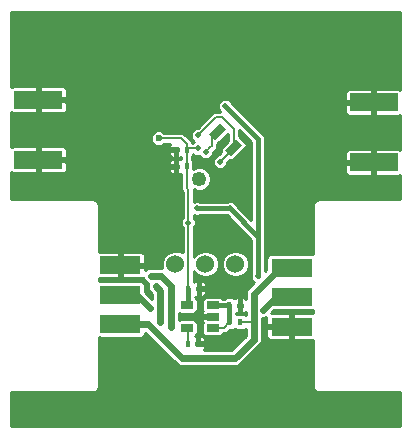
<source format=gbl>
G04 #@! TF.FileFunction,Copper,L2,Bot,Signal*
%FSLAX46Y46*%
G04 Gerber Fmt 4.6, Leading zero omitted, Abs format (unit mm)*
G04 Created by KiCad (PCBNEW 4.0.2-stable) date Mon 06 Jun 2016 07:54:09 AM CEST*
%MOMM*%
G01*
G04 APERTURE LIST*
%ADD10C,0.050000*%
%ADD11C,0.500000*%
%ADD12C,1.250000*%
%ADD13R,4.064000X1.524000*%
%ADD14R,1.060000X0.650000*%
%ADD15C,1.524000*%
%ADD16R,0.400000X0.600000*%
%ADD17R,3.500000X1.500000*%
%ADD18C,0.600000*%
%ADD19C,0.200000*%
%ADD20C,0.400000*%
%ADD21C,0.600000*%
%ADD22C,0.254000*%
G04 APERTURE END LIST*
D10*
D11*
X20800000Y-20200000D03*
X21800000Y-20200000D03*
X25650000Y-31400000D03*
X25650000Y-30100000D03*
X30450000Y-31500000D03*
X30600000Y-32600000D03*
X24950000Y-22350000D03*
X23950000Y-22350000D03*
X22950000Y-22350000D03*
X24500000Y-26450000D03*
D12*
X28800000Y-26800000D03*
D11*
X26850000Y-29400000D03*
X32700000Y-28950000D03*
X31850000Y-28050000D03*
X28550000Y-21400000D03*
X26550000Y-19950000D03*
X28550000Y-19950000D03*
X27550000Y-19950000D03*
X23900000Y-20200000D03*
X24900000Y-20200000D03*
X22900000Y-20200000D03*
X21500000Y-23850000D03*
X20500000Y-23850000D03*
X21500000Y-24850000D03*
X20500000Y-24850000D03*
X22500000Y-24850000D03*
X22500000Y-23850000D03*
X43100000Y-18500000D03*
X44100000Y-18500000D03*
X42100000Y-18500000D03*
X45100000Y-18500000D03*
X45050000Y-27050000D03*
X44050000Y-27050000D03*
X43050000Y-27050000D03*
X42050000Y-27050000D03*
X37500000Y-23850000D03*
X37500000Y-24850000D03*
X36500000Y-23850000D03*
X35500000Y-24850000D03*
X36500000Y-24850000D03*
X35500000Y-23850000D03*
X38500000Y-23850000D03*
X39500000Y-24850000D03*
X38500000Y-24850000D03*
X39500000Y-23850000D03*
X39500000Y-20750000D03*
X35500000Y-20750000D03*
X36500000Y-20750000D03*
X36500000Y-21750000D03*
X35500000Y-21750000D03*
X37500000Y-20750000D03*
X38500000Y-21750000D03*
X37500000Y-21750000D03*
X38500000Y-20750000D03*
X39500000Y-21750000D03*
X18250000Y-19600000D03*
X18250000Y-20600000D03*
X18250000Y-24700000D03*
X18250000Y-25700000D03*
X14650000Y-18600000D03*
X15650000Y-18600000D03*
X13650000Y-18600000D03*
X16650000Y-18600000D03*
X14650000Y-26700000D03*
X15650000Y-26700000D03*
X13650000Y-26700000D03*
X16650000Y-26700000D03*
X23900000Y-32200000D03*
X20900000Y-32200000D03*
X21900000Y-32200000D03*
X22900000Y-32200000D03*
X35750000Y-41050000D03*
X36750000Y-41050000D03*
X34750000Y-41050000D03*
X37750000Y-41050000D03*
X29900000Y-40800000D03*
X31800000Y-40300000D03*
X30900000Y-40800000D03*
D13*
X43550000Y-25390000D03*
X43550000Y-20310000D03*
D14*
X29950000Y-37500000D03*
X29950000Y-38450000D03*
X29950000Y-39400000D03*
X27750000Y-39400000D03*
X27750000Y-37500000D03*
D15*
X29300000Y-34000000D03*
X26760000Y-34000000D03*
X31840000Y-34000000D03*
D16*
X31350000Y-38900000D03*
X32250000Y-38900000D03*
D17*
X36600000Y-39300000D03*
X36600000Y-36800000D03*
X36600000Y-34300000D03*
X22100000Y-34100000D03*
X22100000Y-36600000D03*
X22100000Y-39100000D03*
D13*
X15150000Y-20110000D03*
X15150000Y-25190000D03*
D16*
X27850000Y-36100000D03*
X28750000Y-36100000D03*
X27800000Y-40750000D03*
X28700000Y-40750000D03*
X31350000Y-37500000D03*
X32250000Y-37500000D03*
X27716000Y-24346000D03*
X26816000Y-24346000D03*
X27716000Y-25746000D03*
X26816000Y-25746000D03*
D10*
G36*
X32408858Y-23939619D02*
X31489619Y-24858858D01*
X30994644Y-24363883D01*
X31913883Y-23444644D01*
X32408858Y-23939619D01*
X32408858Y-23939619D01*
G37*
G36*
X31065356Y-22596117D02*
X30146117Y-23515356D01*
X29651142Y-23020381D01*
X30570381Y-22101142D01*
X31065356Y-22596117D01*
X31065356Y-22596117D01*
G37*
D11*
X28702000Y-23114000D03*
X30545977Y-25350020D03*
X29327023Y-24492949D03*
X28650000Y-24200000D03*
D18*
X25350000Y-23375000D03*
D11*
X27850000Y-30500000D03*
X31000000Y-20650000D03*
X31400000Y-29300000D03*
X28600000Y-29300000D03*
X33789326Y-35050010D03*
X26399996Y-39300000D03*
X24700000Y-35000000D03*
X25500000Y-38900000D03*
X25100000Y-35900000D03*
X24600000Y-37700000D03*
X34200000Y-37900000D03*
D19*
X31701751Y-24151751D02*
X31701751Y-22557751D01*
X31701751Y-22557751D02*
X30734000Y-21590000D01*
X30734000Y-21590000D02*
X30226000Y-21590000D01*
X30226000Y-21590000D02*
X28951999Y-22864001D01*
X28951999Y-22864001D02*
X28702000Y-23114000D01*
X31701751Y-24151751D02*
X31701751Y-24194246D01*
X31701751Y-24194246D02*
X30545977Y-25350020D01*
X29327023Y-24492949D02*
X29719972Y-24100000D01*
X30358249Y-22808249D02*
X29827920Y-23338578D01*
X29827920Y-23338578D02*
X29827920Y-23992052D01*
X29827920Y-23992052D02*
X29719972Y-24100000D01*
X29500000Y-24319972D02*
X29327023Y-24492949D01*
X27716000Y-24346000D02*
X27716000Y-23846000D01*
X27716000Y-23846000D02*
X27245000Y-23375000D01*
X27245000Y-23375000D02*
X25774264Y-23375000D01*
X25774264Y-23375000D02*
X25350000Y-23375000D01*
X28650000Y-24200000D02*
X27862000Y-24200000D01*
X27862000Y-24200000D02*
X27716000Y-24346000D01*
X27716000Y-25746000D02*
X27716000Y-24346000D01*
X27850000Y-27700000D02*
X27716000Y-27566000D01*
X27716000Y-27566000D02*
X27716000Y-25746000D01*
X25575000Y-23375000D02*
X25350000Y-23375000D01*
X27850000Y-30500000D02*
X27850000Y-27700000D01*
X27850000Y-30500000D02*
X27850000Y-35600000D01*
X27850000Y-35600000D02*
X27850000Y-36100000D01*
D20*
X27850000Y-36100000D02*
X27850000Y-37400000D01*
X27850000Y-37400000D02*
X27750000Y-37500000D01*
X33789326Y-31689326D02*
X33789326Y-23439326D01*
X33789326Y-23439326D02*
X31000000Y-20650000D01*
X33789326Y-31689326D02*
X31400000Y-29300000D01*
X31400000Y-29300000D02*
X28600000Y-29300000D01*
X33789326Y-35050010D02*
X33789326Y-31689326D01*
D19*
X29950000Y-39400000D02*
X30850000Y-39400000D01*
X30850000Y-39400000D02*
X31350000Y-38900000D01*
D20*
X31350000Y-37500000D02*
X31350000Y-38900000D01*
X31350000Y-37500000D02*
X29950000Y-37500000D01*
D19*
X27800000Y-40750000D02*
X27800000Y-39450000D01*
X27800000Y-39450000D02*
X27750000Y-39400000D01*
D21*
X26399996Y-38946447D02*
X26399996Y-39300000D01*
X25510002Y-35000000D02*
X26399996Y-35889994D01*
X26399996Y-35889994D02*
X26399996Y-38946447D01*
X24700000Y-35000000D02*
X25510002Y-35000000D01*
X25100000Y-35900000D02*
X25500000Y-36300000D01*
X25500000Y-36300000D02*
X25500000Y-38900000D01*
X23500000Y-36600000D02*
X24600000Y-37700000D01*
X36600000Y-36800000D02*
X35300000Y-36800000D01*
X35300000Y-36800000D02*
X34200000Y-37900000D01*
X22100000Y-36600000D02*
X23500000Y-36600000D01*
X33400000Y-36500000D02*
X33400000Y-38800000D01*
X33400000Y-38800000D02*
X33400000Y-40400000D01*
D19*
X32250000Y-38900000D02*
X33300000Y-38900000D01*
X33300000Y-38900000D02*
X33400000Y-38800000D01*
D21*
X36600000Y-34300000D02*
X35600000Y-34300000D01*
X35600000Y-34300000D02*
X33400000Y-36500000D01*
X27350000Y-42000000D02*
X24450000Y-39100000D01*
X33400000Y-40400000D02*
X31800000Y-42000000D01*
X31800000Y-42000000D02*
X27350000Y-42000000D01*
X24450000Y-39100000D02*
X22100000Y-39100000D01*
D22*
G36*
X38423000Y-38173000D02*
X36821250Y-38173000D01*
X36727000Y-38267250D01*
X36727000Y-39173000D01*
X36747000Y-39173000D01*
X36747000Y-39427000D01*
X36727000Y-39427000D01*
X36727000Y-40332750D01*
X36821250Y-40427000D01*
X38423000Y-40427000D01*
X38423000Y-44400000D01*
X38459309Y-44582540D01*
X38562710Y-44737290D01*
X38717460Y-44840691D01*
X38900000Y-44877000D01*
X45823000Y-44877000D01*
X45823000Y-47723000D01*
X12877000Y-47723000D01*
X12877000Y-44877000D01*
X19800000Y-44877000D01*
X19982540Y-44840691D01*
X20137290Y-44737290D01*
X20240691Y-44582540D01*
X20277000Y-44400000D01*
X20277000Y-40219602D01*
X20350000Y-40234385D01*
X23850000Y-40234385D01*
X23989708Y-40208097D01*
X24118020Y-40125530D01*
X24204101Y-39999547D01*
X24234385Y-39850000D01*
X24234385Y-39841807D01*
X26871288Y-42478711D01*
X26981106Y-42552089D01*
X27090923Y-42625466D01*
X27350000Y-42677000D01*
X31800000Y-42677000D01*
X32059077Y-42625466D01*
X32278711Y-42478711D01*
X33878712Y-40878711D01*
X34025467Y-40659076D01*
X34077000Y-40400000D01*
X34077000Y-39521250D01*
X34473000Y-39521250D01*
X34473000Y-40124990D01*
X34530395Y-40263553D01*
X34636447Y-40369605D01*
X34775010Y-40427000D01*
X36378750Y-40427000D01*
X36473000Y-40332750D01*
X36473000Y-39427000D01*
X34567250Y-39427000D01*
X34473000Y-39521250D01*
X34077000Y-39521250D01*
X34077000Y-38552534D01*
X34200000Y-38577000D01*
X34459076Y-38525466D01*
X34473000Y-38516162D01*
X34473000Y-39078750D01*
X34567250Y-39173000D01*
X36473000Y-39173000D01*
X36473000Y-38267250D01*
X36378750Y-38173000D01*
X34884422Y-38173000D01*
X35123037Y-37934385D01*
X38350000Y-37934385D01*
X38423000Y-37920649D01*
X38423000Y-38173000D01*
X38423000Y-38173000D01*
G37*
X38423000Y-38173000D02*
X36821250Y-38173000D01*
X36727000Y-38267250D01*
X36727000Y-39173000D01*
X36747000Y-39173000D01*
X36747000Y-39427000D01*
X36727000Y-39427000D01*
X36727000Y-40332750D01*
X36821250Y-40427000D01*
X38423000Y-40427000D01*
X38423000Y-44400000D01*
X38459309Y-44582540D01*
X38562710Y-44737290D01*
X38717460Y-44840691D01*
X38900000Y-44877000D01*
X45823000Y-44877000D01*
X45823000Y-47723000D01*
X12877000Y-47723000D01*
X12877000Y-44877000D01*
X19800000Y-44877000D01*
X19982540Y-44840691D01*
X20137290Y-44737290D01*
X20240691Y-44582540D01*
X20277000Y-44400000D01*
X20277000Y-40219602D01*
X20350000Y-40234385D01*
X23850000Y-40234385D01*
X23989708Y-40208097D01*
X24118020Y-40125530D01*
X24204101Y-39999547D01*
X24234385Y-39850000D01*
X24234385Y-39841807D01*
X26871288Y-42478711D01*
X26981106Y-42552089D01*
X27090923Y-42625466D01*
X27350000Y-42677000D01*
X31800000Y-42677000D01*
X32059077Y-42625466D01*
X32278711Y-42478711D01*
X33878712Y-40878711D01*
X34025467Y-40659076D01*
X34077000Y-40400000D01*
X34077000Y-39521250D01*
X34473000Y-39521250D01*
X34473000Y-40124990D01*
X34530395Y-40263553D01*
X34636447Y-40369605D01*
X34775010Y-40427000D01*
X36378750Y-40427000D01*
X36473000Y-40332750D01*
X36473000Y-39427000D01*
X34567250Y-39427000D01*
X34473000Y-39521250D01*
X34077000Y-39521250D01*
X34077000Y-38552534D01*
X34200000Y-38577000D01*
X34459076Y-38525466D01*
X34473000Y-38516162D01*
X34473000Y-39078750D01*
X34567250Y-39173000D01*
X36473000Y-39173000D01*
X36473000Y-38267250D01*
X36378750Y-38173000D01*
X34884422Y-38173000D01*
X35123037Y-37934385D01*
X38350000Y-37934385D01*
X38423000Y-37920649D01*
X38423000Y-38173000D01*
G36*
X28474735Y-29926891D02*
X28724171Y-29927109D01*
X28845444Y-29877000D01*
X31154584Y-29877000D01*
X31165553Y-29881555D01*
X33212326Y-31928327D01*
X33212326Y-34804594D01*
X33162435Y-34924745D01*
X33162217Y-35174181D01*
X33257471Y-35404713D01*
X33397546Y-35545032D01*
X32921289Y-36021289D01*
X32774534Y-36240923D01*
X32723000Y-36500000D01*
X32723000Y-36939842D01*
X32663553Y-36880395D01*
X32524990Y-36823000D01*
X32444250Y-36823000D01*
X32350000Y-36917250D01*
X32350000Y-37373000D01*
X32397000Y-37373000D01*
X32397000Y-37627000D01*
X32350000Y-37627000D01*
X32350000Y-38082750D01*
X32444250Y-38177000D01*
X32524990Y-38177000D01*
X32663553Y-38119605D01*
X32723000Y-38060158D01*
X32723000Y-38330251D01*
X32599547Y-38245899D01*
X32450000Y-38215615D01*
X32050000Y-38215615D01*
X31927000Y-38238759D01*
X31927000Y-38157113D01*
X31975010Y-38177000D01*
X32055750Y-38177000D01*
X32150000Y-38082750D01*
X32150000Y-37627000D01*
X32103000Y-37627000D01*
X32103000Y-37373000D01*
X32150000Y-37373000D01*
X32150000Y-36917250D01*
X32055750Y-36823000D01*
X31975010Y-36823000D01*
X31836447Y-36880395D01*
X31801370Y-36915472D01*
X31699547Y-36845899D01*
X31550000Y-36815615D01*
X31150000Y-36815615D01*
X31010292Y-36841903D01*
X30884264Y-36923000D01*
X30765839Y-36923000D01*
X30755530Y-36906980D01*
X30629547Y-36820899D01*
X30480000Y-36790615D01*
X29420000Y-36790615D01*
X29280292Y-36816903D01*
X29151980Y-36899470D01*
X29065899Y-37025453D01*
X29035615Y-37175000D01*
X29035615Y-37825000D01*
X29061903Y-37964708D01*
X29071899Y-37980242D01*
X29043000Y-38050010D01*
X29043000Y-38228750D01*
X29137250Y-38323000D01*
X29823000Y-38323000D01*
X29823000Y-38303000D01*
X30077000Y-38303000D01*
X30077000Y-38323000D01*
X30097000Y-38323000D01*
X30097000Y-38577000D01*
X30077000Y-38577000D01*
X30077000Y-38597000D01*
X29823000Y-38597000D01*
X29823000Y-38577000D01*
X29137250Y-38577000D01*
X29043000Y-38671250D01*
X29043000Y-38849990D01*
X29071103Y-38917837D01*
X29065899Y-38925453D01*
X29035615Y-39075000D01*
X29035615Y-39725000D01*
X29061903Y-39864708D01*
X29144470Y-39993020D01*
X29270453Y-40079101D01*
X29420000Y-40109385D01*
X30480000Y-40109385D01*
X30619708Y-40083097D01*
X30748020Y-40000530D01*
X30832425Y-39877000D01*
X30850000Y-39877000D01*
X31032540Y-39840691D01*
X31187290Y-39737290D01*
X31340195Y-39584385D01*
X31550000Y-39584385D01*
X31689708Y-39558097D01*
X31801252Y-39486320D01*
X31900453Y-39554101D01*
X32050000Y-39584385D01*
X32450000Y-39584385D01*
X32589708Y-39558097D01*
X32718020Y-39475530D01*
X32723000Y-39468242D01*
X32723000Y-40119577D01*
X31519578Y-41323000D01*
X29160158Y-41323000D01*
X29219605Y-41263553D01*
X29277000Y-41124990D01*
X29277000Y-40971250D01*
X29182750Y-40877000D01*
X28800000Y-40877000D01*
X28800000Y-40897000D01*
X28600000Y-40897000D01*
X28600000Y-40877000D01*
X28553000Y-40877000D01*
X28553000Y-40623000D01*
X28600000Y-40623000D01*
X28600000Y-40167250D01*
X28800000Y-40167250D01*
X28800000Y-40623000D01*
X29182750Y-40623000D01*
X29277000Y-40528750D01*
X29277000Y-40375010D01*
X29219605Y-40236447D01*
X29113553Y-40130395D01*
X28974990Y-40073000D01*
X28894250Y-40073000D01*
X28800000Y-40167250D01*
X28600000Y-40167250D01*
X28505750Y-40073000D01*
X28435399Y-40073000D01*
X28548020Y-40000530D01*
X28634101Y-39874547D01*
X28664385Y-39725000D01*
X28664385Y-39075000D01*
X28638097Y-38935292D01*
X28555530Y-38806980D01*
X28429547Y-38720899D01*
X28280000Y-38690615D01*
X27220000Y-38690615D01*
X27080292Y-38716903D01*
X27076996Y-38719024D01*
X27076996Y-38180426D01*
X27220000Y-38209385D01*
X28280000Y-38209385D01*
X28419708Y-38183097D01*
X28548020Y-38100530D01*
X28634101Y-37974547D01*
X28664385Y-37825000D01*
X28664385Y-37175000D01*
X28638097Y-37035292D01*
X28555530Y-36906980D01*
X28429547Y-36820899D01*
X28427000Y-36820383D01*
X28427000Y-36757113D01*
X28475010Y-36777000D01*
X28555750Y-36777000D01*
X28650000Y-36682750D01*
X28650000Y-36227000D01*
X28850000Y-36227000D01*
X28850000Y-36682750D01*
X28944250Y-36777000D01*
X29024990Y-36777000D01*
X29163553Y-36719605D01*
X29269605Y-36613553D01*
X29327000Y-36474990D01*
X29327000Y-36321250D01*
X29232750Y-36227000D01*
X28850000Y-36227000D01*
X28650000Y-36227000D01*
X28603000Y-36227000D01*
X28603000Y-35973000D01*
X28650000Y-35973000D01*
X28650000Y-35517250D01*
X28850000Y-35517250D01*
X28850000Y-35973000D01*
X29232750Y-35973000D01*
X29327000Y-35878750D01*
X29327000Y-35725010D01*
X29269605Y-35586447D01*
X29163553Y-35480395D01*
X29024990Y-35423000D01*
X28944250Y-35423000D01*
X28850000Y-35517250D01*
X28650000Y-35517250D01*
X28555750Y-35423000D01*
X28475010Y-35423000D01*
X28336447Y-35480395D01*
X28327000Y-35489842D01*
X28327000Y-34627795D01*
X28333840Y-34644349D01*
X28653966Y-34965034D01*
X29072445Y-35138802D01*
X29525567Y-35139197D01*
X29944349Y-34966160D01*
X30265034Y-34646034D01*
X30438802Y-34227555D01*
X30438803Y-34225567D01*
X30700803Y-34225567D01*
X30873840Y-34644349D01*
X31193966Y-34965034D01*
X31612445Y-35138802D01*
X32065567Y-35139197D01*
X32484349Y-34966160D01*
X32805034Y-34646034D01*
X32978802Y-34227555D01*
X32979197Y-33774433D01*
X32806160Y-33355651D01*
X32486034Y-33034966D01*
X32067555Y-32861198D01*
X31614433Y-32860803D01*
X31195651Y-33033840D01*
X30874966Y-33353966D01*
X30701198Y-33772445D01*
X30700803Y-34225567D01*
X30438803Y-34225567D01*
X30439197Y-33774433D01*
X30266160Y-33355651D01*
X29946034Y-33034966D01*
X29527555Y-32861198D01*
X29074433Y-32860803D01*
X28655651Y-33033840D01*
X28334966Y-33353966D01*
X28327000Y-33373150D01*
X28327000Y-30909771D01*
X28381235Y-30855631D01*
X28476891Y-30625265D01*
X28477109Y-30375829D01*
X28381855Y-30145297D01*
X28327000Y-30090346D01*
X28327000Y-29865546D01*
X28474735Y-29926891D01*
X28474735Y-29926891D01*
G37*
X28474735Y-29926891D02*
X28724171Y-29927109D01*
X28845444Y-29877000D01*
X31154584Y-29877000D01*
X31165553Y-29881555D01*
X33212326Y-31928327D01*
X33212326Y-34804594D01*
X33162435Y-34924745D01*
X33162217Y-35174181D01*
X33257471Y-35404713D01*
X33397546Y-35545032D01*
X32921289Y-36021289D01*
X32774534Y-36240923D01*
X32723000Y-36500000D01*
X32723000Y-36939842D01*
X32663553Y-36880395D01*
X32524990Y-36823000D01*
X32444250Y-36823000D01*
X32350000Y-36917250D01*
X32350000Y-37373000D01*
X32397000Y-37373000D01*
X32397000Y-37627000D01*
X32350000Y-37627000D01*
X32350000Y-38082750D01*
X32444250Y-38177000D01*
X32524990Y-38177000D01*
X32663553Y-38119605D01*
X32723000Y-38060158D01*
X32723000Y-38330251D01*
X32599547Y-38245899D01*
X32450000Y-38215615D01*
X32050000Y-38215615D01*
X31927000Y-38238759D01*
X31927000Y-38157113D01*
X31975010Y-38177000D01*
X32055750Y-38177000D01*
X32150000Y-38082750D01*
X32150000Y-37627000D01*
X32103000Y-37627000D01*
X32103000Y-37373000D01*
X32150000Y-37373000D01*
X32150000Y-36917250D01*
X32055750Y-36823000D01*
X31975010Y-36823000D01*
X31836447Y-36880395D01*
X31801370Y-36915472D01*
X31699547Y-36845899D01*
X31550000Y-36815615D01*
X31150000Y-36815615D01*
X31010292Y-36841903D01*
X30884264Y-36923000D01*
X30765839Y-36923000D01*
X30755530Y-36906980D01*
X30629547Y-36820899D01*
X30480000Y-36790615D01*
X29420000Y-36790615D01*
X29280292Y-36816903D01*
X29151980Y-36899470D01*
X29065899Y-37025453D01*
X29035615Y-37175000D01*
X29035615Y-37825000D01*
X29061903Y-37964708D01*
X29071899Y-37980242D01*
X29043000Y-38050010D01*
X29043000Y-38228750D01*
X29137250Y-38323000D01*
X29823000Y-38323000D01*
X29823000Y-38303000D01*
X30077000Y-38303000D01*
X30077000Y-38323000D01*
X30097000Y-38323000D01*
X30097000Y-38577000D01*
X30077000Y-38577000D01*
X30077000Y-38597000D01*
X29823000Y-38597000D01*
X29823000Y-38577000D01*
X29137250Y-38577000D01*
X29043000Y-38671250D01*
X29043000Y-38849990D01*
X29071103Y-38917837D01*
X29065899Y-38925453D01*
X29035615Y-39075000D01*
X29035615Y-39725000D01*
X29061903Y-39864708D01*
X29144470Y-39993020D01*
X29270453Y-40079101D01*
X29420000Y-40109385D01*
X30480000Y-40109385D01*
X30619708Y-40083097D01*
X30748020Y-40000530D01*
X30832425Y-39877000D01*
X30850000Y-39877000D01*
X31032540Y-39840691D01*
X31187290Y-39737290D01*
X31340195Y-39584385D01*
X31550000Y-39584385D01*
X31689708Y-39558097D01*
X31801252Y-39486320D01*
X31900453Y-39554101D01*
X32050000Y-39584385D01*
X32450000Y-39584385D01*
X32589708Y-39558097D01*
X32718020Y-39475530D01*
X32723000Y-39468242D01*
X32723000Y-40119577D01*
X31519578Y-41323000D01*
X29160158Y-41323000D01*
X29219605Y-41263553D01*
X29277000Y-41124990D01*
X29277000Y-40971250D01*
X29182750Y-40877000D01*
X28800000Y-40877000D01*
X28800000Y-40897000D01*
X28600000Y-40897000D01*
X28600000Y-40877000D01*
X28553000Y-40877000D01*
X28553000Y-40623000D01*
X28600000Y-40623000D01*
X28600000Y-40167250D01*
X28800000Y-40167250D01*
X28800000Y-40623000D01*
X29182750Y-40623000D01*
X29277000Y-40528750D01*
X29277000Y-40375010D01*
X29219605Y-40236447D01*
X29113553Y-40130395D01*
X28974990Y-40073000D01*
X28894250Y-40073000D01*
X28800000Y-40167250D01*
X28600000Y-40167250D01*
X28505750Y-40073000D01*
X28435399Y-40073000D01*
X28548020Y-40000530D01*
X28634101Y-39874547D01*
X28664385Y-39725000D01*
X28664385Y-39075000D01*
X28638097Y-38935292D01*
X28555530Y-38806980D01*
X28429547Y-38720899D01*
X28280000Y-38690615D01*
X27220000Y-38690615D01*
X27080292Y-38716903D01*
X27076996Y-38719024D01*
X27076996Y-38180426D01*
X27220000Y-38209385D01*
X28280000Y-38209385D01*
X28419708Y-38183097D01*
X28548020Y-38100530D01*
X28634101Y-37974547D01*
X28664385Y-37825000D01*
X28664385Y-37175000D01*
X28638097Y-37035292D01*
X28555530Y-36906980D01*
X28429547Y-36820899D01*
X28427000Y-36820383D01*
X28427000Y-36757113D01*
X28475010Y-36777000D01*
X28555750Y-36777000D01*
X28650000Y-36682750D01*
X28650000Y-36227000D01*
X28850000Y-36227000D01*
X28850000Y-36682750D01*
X28944250Y-36777000D01*
X29024990Y-36777000D01*
X29163553Y-36719605D01*
X29269605Y-36613553D01*
X29327000Y-36474990D01*
X29327000Y-36321250D01*
X29232750Y-36227000D01*
X28850000Y-36227000D01*
X28650000Y-36227000D01*
X28603000Y-36227000D01*
X28603000Y-35973000D01*
X28650000Y-35973000D01*
X28650000Y-35517250D01*
X28850000Y-35517250D01*
X28850000Y-35973000D01*
X29232750Y-35973000D01*
X29327000Y-35878750D01*
X29327000Y-35725010D01*
X29269605Y-35586447D01*
X29163553Y-35480395D01*
X29024990Y-35423000D01*
X28944250Y-35423000D01*
X28850000Y-35517250D01*
X28650000Y-35517250D01*
X28555750Y-35423000D01*
X28475010Y-35423000D01*
X28336447Y-35480395D01*
X28327000Y-35489842D01*
X28327000Y-34627795D01*
X28333840Y-34644349D01*
X28653966Y-34965034D01*
X29072445Y-35138802D01*
X29525567Y-35139197D01*
X29944349Y-34966160D01*
X30265034Y-34646034D01*
X30438802Y-34227555D01*
X30438803Y-34225567D01*
X30700803Y-34225567D01*
X30873840Y-34644349D01*
X31193966Y-34965034D01*
X31612445Y-35138802D01*
X32065567Y-35139197D01*
X32484349Y-34966160D01*
X32805034Y-34646034D01*
X32978802Y-34227555D01*
X32979197Y-33774433D01*
X32806160Y-33355651D01*
X32486034Y-33034966D01*
X32067555Y-32861198D01*
X31614433Y-32860803D01*
X31195651Y-33033840D01*
X30874966Y-33353966D01*
X30701198Y-33772445D01*
X30700803Y-34225567D01*
X30438803Y-34225567D01*
X30439197Y-33774433D01*
X30266160Y-33355651D01*
X29946034Y-33034966D01*
X29527555Y-32861198D01*
X29074433Y-32860803D01*
X28655651Y-33033840D01*
X28334966Y-33353966D01*
X28327000Y-33373150D01*
X28327000Y-30909771D01*
X28381235Y-30855631D01*
X28476891Y-30625265D01*
X28477109Y-30375829D01*
X28381855Y-30145297D01*
X28327000Y-30090346D01*
X28327000Y-29865546D01*
X28474735Y-29926891D01*
G36*
X45823000Y-19255842D02*
X45795553Y-19228395D01*
X45656990Y-19171000D01*
X43771250Y-19171000D01*
X43677000Y-19265250D01*
X43677000Y-20183000D01*
X43697000Y-20183000D01*
X43697000Y-20437000D01*
X43677000Y-20437000D01*
X43677000Y-21354750D01*
X43771250Y-21449000D01*
X45656990Y-21449000D01*
X45795553Y-21391605D01*
X45823000Y-21364158D01*
X45823000Y-24335842D01*
X45795553Y-24308395D01*
X45656990Y-24251000D01*
X43771250Y-24251000D01*
X43677000Y-24345250D01*
X43677000Y-25263000D01*
X43697000Y-25263000D01*
X43697000Y-25517000D01*
X43677000Y-25517000D01*
X43677000Y-26434750D01*
X43771250Y-26529000D01*
X45656990Y-26529000D01*
X45795553Y-26471605D01*
X45823000Y-26444158D01*
X45823000Y-28523000D01*
X38900000Y-28523000D01*
X38717460Y-28559309D01*
X38562710Y-28662710D01*
X38459309Y-28817460D01*
X38423000Y-29000000D01*
X38423000Y-33180398D01*
X38350000Y-33165615D01*
X34850000Y-33165615D01*
X34710292Y-33191903D01*
X34581980Y-33274470D01*
X34495899Y-33400453D01*
X34465615Y-33550000D01*
X34465615Y-34476963D01*
X34366326Y-34576252D01*
X34366326Y-25611250D01*
X41141000Y-25611250D01*
X41141000Y-26226990D01*
X41198395Y-26365553D01*
X41304447Y-26471605D01*
X41443010Y-26529000D01*
X43328750Y-26529000D01*
X43423000Y-26434750D01*
X43423000Y-25517000D01*
X41235250Y-25517000D01*
X41141000Y-25611250D01*
X34366326Y-25611250D01*
X34366326Y-24553010D01*
X41141000Y-24553010D01*
X41141000Y-25168750D01*
X41235250Y-25263000D01*
X43423000Y-25263000D01*
X43423000Y-24345250D01*
X43328750Y-24251000D01*
X41443010Y-24251000D01*
X41304447Y-24308395D01*
X41198395Y-24414447D01*
X41141000Y-24553010D01*
X34366326Y-24553010D01*
X34366326Y-23439331D01*
X34366327Y-23439326D01*
X34322404Y-23218518D01*
X34291885Y-23172843D01*
X34197327Y-23031325D01*
X34197324Y-23031323D01*
X31697252Y-20531250D01*
X41141000Y-20531250D01*
X41141000Y-21146990D01*
X41198395Y-21285553D01*
X41304447Y-21391605D01*
X41443010Y-21449000D01*
X43328750Y-21449000D01*
X43423000Y-21354750D01*
X43423000Y-20437000D01*
X41235250Y-20437000D01*
X41141000Y-20531250D01*
X31697252Y-20531250D01*
X31581536Y-20415534D01*
X31531855Y-20295297D01*
X31355631Y-20118765D01*
X31125265Y-20023109D01*
X30875829Y-20022891D01*
X30645297Y-20118145D01*
X30468765Y-20294369D01*
X30373109Y-20524735D01*
X30372891Y-20774171D01*
X30468145Y-21004703D01*
X30576253Y-21113000D01*
X30226000Y-21113000D01*
X30043459Y-21149309D01*
X29888710Y-21252710D01*
X28654462Y-22486958D01*
X28577829Y-22486891D01*
X28347297Y-22582145D01*
X28170765Y-22758369D01*
X28075109Y-22988735D01*
X28074891Y-23238171D01*
X28170145Y-23468703D01*
X28346369Y-23645235D01*
X28348551Y-23646141D01*
X28295297Y-23668145D01*
X28240346Y-23723000D01*
X28168534Y-23723000D01*
X28156691Y-23663460D01*
X28053290Y-23508710D01*
X27582290Y-23037710D01*
X27427540Y-22934309D01*
X27245000Y-22898000D01*
X25830420Y-22898000D01*
X25733990Y-22801402D01*
X25485254Y-22698118D01*
X25215927Y-22697883D01*
X24967011Y-22800733D01*
X24776402Y-22991010D01*
X24673118Y-23239746D01*
X24672883Y-23509073D01*
X24775733Y-23757989D01*
X24966010Y-23948598D01*
X25214746Y-24051882D01*
X25484073Y-24052117D01*
X25732989Y-23949267D01*
X25830426Y-23852000D01*
X26288296Y-23852000D01*
X26239000Y-23971010D01*
X26239000Y-24124750D01*
X26333250Y-24219000D01*
X26716000Y-24219000D01*
X26716000Y-24199000D01*
X26916000Y-24199000D01*
X26916000Y-24219000D01*
X26963000Y-24219000D01*
X26963000Y-24473000D01*
X26916000Y-24473000D01*
X26916000Y-24928750D01*
X27010250Y-25023000D01*
X27090990Y-25023000D01*
X27229553Y-24965605D01*
X27239000Y-24956158D01*
X27239000Y-25135842D01*
X27229553Y-25126395D01*
X27090990Y-25069000D01*
X27010250Y-25069000D01*
X26916000Y-25163250D01*
X26916000Y-25619000D01*
X26963000Y-25619000D01*
X26963000Y-25873000D01*
X26916000Y-25873000D01*
X26916000Y-26328750D01*
X27010250Y-26423000D01*
X27090990Y-26423000D01*
X27229553Y-26365605D01*
X27239000Y-26356158D01*
X27239000Y-27566000D01*
X27275309Y-27748540D01*
X27373000Y-27894744D01*
X27373000Y-30090229D01*
X27318765Y-30144369D01*
X27223109Y-30374735D01*
X27222891Y-30624171D01*
X27318145Y-30854703D01*
X27373000Y-30909654D01*
X27373000Y-33021249D01*
X26987555Y-32861198D01*
X26534433Y-32860803D01*
X26115651Y-33033840D01*
X25794966Y-33353966D01*
X25621198Y-33772445D01*
X25620803Y-34225567D01*
X25674589Y-34355739D01*
X25510002Y-34323000D01*
X24700000Y-34323000D01*
X24440923Y-34374534D01*
X24227000Y-34517473D01*
X24227000Y-34321250D01*
X24132750Y-34227000D01*
X22227000Y-34227000D01*
X22227000Y-35132750D01*
X22321250Y-35227000D01*
X23924990Y-35227000D01*
X24057256Y-35172213D01*
X24074534Y-35259077D01*
X24221289Y-35478711D01*
X24440923Y-35625466D01*
X24479708Y-35633181D01*
X24474534Y-35640924D01*
X24423000Y-35900000D01*
X24474534Y-36159076D01*
X24621289Y-36378711D01*
X24823000Y-36580423D01*
X24823000Y-36965578D01*
X24234385Y-36376963D01*
X24234385Y-35850000D01*
X24208097Y-35710292D01*
X24125530Y-35581980D01*
X23999547Y-35495899D01*
X23850000Y-35465615D01*
X20350000Y-35465615D01*
X20277000Y-35479351D01*
X20277000Y-35227000D01*
X21878750Y-35227000D01*
X21973000Y-35132750D01*
X21973000Y-34227000D01*
X21953000Y-34227000D01*
X21953000Y-33973000D01*
X21973000Y-33973000D01*
X21973000Y-33067250D01*
X22227000Y-33067250D01*
X22227000Y-33973000D01*
X24132750Y-33973000D01*
X24227000Y-33878750D01*
X24227000Y-33275010D01*
X24169605Y-33136447D01*
X24063553Y-33030395D01*
X23924990Y-32973000D01*
X22321250Y-32973000D01*
X22227000Y-33067250D01*
X21973000Y-33067250D01*
X21878750Y-32973000D01*
X20277000Y-32973000D01*
X20277000Y-29000000D01*
X20240691Y-28817460D01*
X20137290Y-28662710D01*
X19982540Y-28559309D01*
X19800000Y-28523000D01*
X12877000Y-28523000D01*
X12877000Y-26244158D01*
X12904447Y-26271605D01*
X13043010Y-26329000D01*
X14928750Y-26329000D01*
X15023000Y-26234750D01*
X15023000Y-25317000D01*
X15277000Y-25317000D01*
X15277000Y-26234750D01*
X15371250Y-26329000D01*
X17256990Y-26329000D01*
X17395553Y-26271605D01*
X17501605Y-26165553D01*
X17559000Y-26026990D01*
X17559000Y-25967250D01*
X26239000Y-25967250D01*
X26239000Y-26120990D01*
X26296395Y-26259553D01*
X26402447Y-26365605D01*
X26541010Y-26423000D01*
X26621750Y-26423000D01*
X26716000Y-26328750D01*
X26716000Y-25873000D01*
X26333250Y-25873000D01*
X26239000Y-25967250D01*
X17559000Y-25967250D01*
X17559000Y-25411250D01*
X17518760Y-25371010D01*
X26239000Y-25371010D01*
X26239000Y-25524750D01*
X26333250Y-25619000D01*
X26716000Y-25619000D01*
X26716000Y-25163250D01*
X26621750Y-25069000D01*
X26541010Y-25069000D01*
X26402447Y-25126395D01*
X26296395Y-25232447D01*
X26239000Y-25371010D01*
X17518760Y-25371010D01*
X17464750Y-25317000D01*
X15277000Y-25317000D01*
X15023000Y-25317000D01*
X15003000Y-25317000D01*
X15003000Y-25063000D01*
X15023000Y-25063000D01*
X15023000Y-24145250D01*
X15277000Y-24145250D01*
X15277000Y-25063000D01*
X17464750Y-25063000D01*
X17559000Y-24968750D01*
X17559000Y-24567250D01*
X26239000Y-24567250D01*
X26239000Y-24720990D01*
X26296395Y-24859553D01*
X26402447Y-24965605D01*
X26541010Y-25023000D01*
X26621750Y-25023000D01*
X26716000Y-24928750D01*
X26716000Y-24473000D01*
X26333250Y-24473000D01*
X26239000Y-24567250D01*
X17559000Y-24567250D01*
X17559000Y-24353010D01*
X17501605Y-24214447D01*
X17395553Y-24108395D01*
X17256990Y-24051000D01*
X15371250Y-24051000D01*
X15277000Y-24145250D01*
X15023000Y-24145250D01*
X14928750Y-24051000D01*
X13043010Y-24051000D01*
X12904447Y-24108395D01*
X12877000Y-24135842D01*
X12877000Y-21164158D01*
X12904447Y-21191605D01*
X13043010Y-21249000D01*
X14928750Y-21249000D01*
X15023000Y-21154750D01*
X15023000Y-20237000D01*
X15277000Y-20237000D01*
X15277000Y-21154750D01*
X15371250Y-21249000D01*
X17256990Y-21249000D01*
X17395553Y-21191605D01*
X17501605Y-21085553D01*
X17559000Y-20946990D01*
X17559000Y-20331250D01*
X17464750Y-20237000D01*
X15277000Y-20237000D01*
X15023000Y-20237000D01*
X15003000Y-20237000D01*
X15003000Y-19983000D01*
X15023000Y-19983000D01*
X15023000Y-19065250D01*
X15277000Y-19065250D01*
X15277000Y-19983000D01*
X17464750Y-19983000D01*
X17559000Y-19888750D01*
X17559000Y-19473010D01*
X41141000Y-19473010D01*
X41141000Y-20088750D01*
X41235250Y-20183000D01*
X43423000Y-20183000D01*
X43423000Y-19265250D01*
X43328750Y-19171000D01*
X41443010Y-19171000D01*
X41304447Y-19228395D01*
X41198395Y-19334447D01*
X41141000Y-19473010D01*
X17559000Y-19473010D01*
X17559000Y-19273010D01*
X17501605Y-19134447D01*
X17395553Y-19028395D01*
X17256990Y-18971000D01*
X15371250Y-18971000D01*
X15277000Y-19065250D01*
X15023000Y-19065250D01*
X14928750Y-18971000D01*
X13043010Y-18971000D01*
X12904447Y-19028395D01*
X12877000Y-19055842D01*
X12877000Y-12677000D01*
X45823000Y-12677000D01*
X45823000Y-19255842D01*
X45823000Y-19255842D01*
G37*
X45823000Y-19255842D02*
X45795553Y-19228395D01*
X45656990Y-19171000D01*
X43771250Y-19171000D01*
X43677000Y-19265250D01*
X43677000Y-20183000D01*
X43697000Y-20183000D01*
X43697000Y-20437000D01*
X43677000Y-20437000D01*
X43677000Y-21354750D01*
X43771250Y-21449000D01*
X45656990Y-21449000D01*
X45795553Y-21391605D01*
X45823000Y-21364158D01*
X45823000Y-24335842D01*
X45795553Y-24308395D01*
X45656990Y-24251000D01*
X43771250Y-24251000D01*
X43677000Y-24345250D01*
X43677000Y-25263000D01*
X43697000Y-25263000D01*
X43697000Y-25517000D01*
X43677000Y-25517000D01*
X43677000Y-26434750D01*
X43771250Y-26529000D01*
X45656990Y-26529000D01*
X45795553Y-26471605D01*
X45823000Y-26444158D01*
X45823000Y-28523000D01*
X38900000Y-28523000D01*
X38717460Y-28559309D01*
X38562710Y-28662710D01*
X38459309Y-28817460D01*
X38423000Y-29000000D01*
X38423000Y-33180398D01*
X38350000Y-33165615D01*
X34850000Y-33165615D01*
X34710292Y-33191903D01*
X34581980Y-33274470D01*
X34495899Y-33400453D01*
X34465615Y-33550000D01*
X34465615Y-34476963D01*
X34366326Y-34576252D01*
X34366326Y-25611250D01*
X41141000Y-25611250D01*
X41141000Y-26226990D01*
X41198395Y-26365553D01*
X41304447Y-26471605D01*
X41443010Y-26529000D01*
X43328750Y-26529000D01*
X43423000Y-26434750D01*
X43423000Y-25517000D01*
X41235250Y-25517000D01*
X41141000Y-25611250D01*
X34366326Y-25611250D01*
X34366326Y-24553010D01*
X41141000Y-24553010D01*
X41141000Y-25168750D01*
X41235250Y-25263000D01*
X43423000Y-25263000D01*
X43423000Y-24345250D01*
X43328750Y-24251000D01*
X41443010Y-24251000D01*
X41304447Y-24308395D01*
X41198395Y-24414447D01*
X41141000Y-24553010D01*
X34366326Y-24553010D01*
X34366326Y-23439331D01*
X34366327Y-23439326D01*
X34322404Y-23218518D01*
X34291885Y-23172843D01*
X34197327Y-23031325D01*
X34197324Y-23031323D01*
X31697252Y-20531250D01*
X41141000Y-20531250D01*
X41141000Y-21146990D01*
X41198395Y-21285553D01*
X41304447Y-21391605D01*
X41443010Y-21449000D01*
X43328750Y-21449000D01*
X43423000Y-21354750D01*
X43423000Y-20437000D01*
X41235250Y-20437000D01*
X41141000Y-20531250D01*
X31697252Y-20531250D01*
X31581536Y-20415534D01*
X31531855Y-20295297D01*
X31355631Y-20118765D01*
X31125265Y-20023109D01*
X30875829Y-20022891D01*
X30645297Y-20118145D01*
X30468765Y-20294369D01*
X30373109Y-20524735D01*
X30372891Y-20774171D01*
X30468145Y-21004703D01*
X30576253Y-21113000D01*
X30226000Y-21113000D01*
X30043459Y-21149309D01*
X29888710Y-21252710D01*
X28654462Y-22486958D01*
X28577829Y-22486891D01*
X28347297Y-22582145D01*
X28170765Y-22758369D01*
X28075109Y-22988735D01*
X28074891Y-23238171D01*
X28170145Y-23468703D01*
X28346369Y-23645235D01*
X28348551Y-23646141D01*
X28295297Y-23668145D01*
X28240346Y-23723000D01*
X28168534Y-23723000D01*
X28156691Y-23663460D01*
X28053290Y-23508710D01*
X27582290Y-23037710D01*
X27427540Y-22934309D01*
X27245000Y-22898000D01*
X25830420Y-22898000D01*
X25733990Y-22801402D01*
X25485254Y-22698118D01*
X25215927Y-22697883D01*
X24967011Y-22800733D01*
X24776402Y-22991010D01*
X24673118Y-23239746D01*
X24672883Y-23509073D01*
X24775733Y-23757989D01*
X24966010Y-23948598D01*
X25214746Y-24051882D01*
X25484073Y-24052117D01*
X25732989Y-23949267D01*
X25830426Y-23852000D01*
X26288296Y-23852000D01*
X26239000Y-23971010D01*
X26239000Y-24124750D01*
X26333250Y-24219000D01*
X26716000Y-24219000D01*
X26716000Y-24199000D01*
X26916000Y-24199000D01*
X26916000Y-24219000D01*
X26963000Y-24219000D01*
X26963000Y-24473000D01*
X26916000Y-24473000D01*
X26916000Y-24928750D01*
X27010250Y-25023000D01*
X27090990Y-25023000D01*
X27229553Y-24965605D01*
X27239000Y-24956158D01*
X27239000Y-25135842D01*
X27229553Y-25126395D01*
X27090990Y-25069000D01*
X27010250Y-25069000D01*
X26916000Y-25163250D01*
X26916000Y-25619000D01*
X26963000Y-25619000D01*
X26963000Y-25873000D01*
X26916000Y-25873000D01*
X26916000Y-26328750D01*
X27010250Y-26423000D01*
X27090990Y-26423000D01*
X27229553Y-26365605D01*
X27239000Y-26356158D01*
X27239000Y-27566000D01*
X27275309Y-27748540D01*
X27373000Y-27894744D01*
X27373000Y-30090229D01*
X27318765Y-30144369D01*
X27223109Y-30374735D01*
X27222891Y-30624171D01*
X27318145Y-30854703D01*
X27373000Y-30909654D01*
X27373000Y-33021249D01*
X26987555Y-32861198D01*
X26534433Y-32860803D01*
X26115651Y-33033840D01*
X25794966Y-33353966D01*
X25621198Y-33772445D01*
X25620803Y-34225567D01*
X25674589Y-34355739D01*
X25510002Y-34323000D01*
X24700000Y-34323000D01*
X24440923Y-34374534D01*
X24227000Y-34517473D01*
X24227000Y-34321250D01*
X24132750Y-34227000D01*
X22227000Y-34227000D01*
X22227000Y-35132750D01*
X22321250Y-35227000D01*
X23924990Y-35227000D01*
X24057256Y-35172213D01*
X24074534Y-35259077D01*
X24221289Y-35478711D01*
X24440923Y-35625466D01*
X24479708Y-35633181D01*
X24474534Y-35640924D01*
X24423000Y-35900000D01*
X24474534Y-36159076D01*
X24621289Y-36378711D01*
X24823000Y-36580423D01*
X24823000Y-36965578D01*
X24234385Y-36376963D01*
X24234385Y-35850000D01*
X24208097Y-35710292D01*
X24125530Y-35581980D01*
X23999547Y-35495899D01*
X23850000Y-35465615D01*
X20350000Y-35465615D01*
X20277000Y-35479351D01*
X20277000Y-35227000D01*
X21878750Y-35227000D01*
X21973000Y-35132750D01*
X21973000Y-34227000D01*
X21953000Y-34227000D01*
X21953000Y-33973000D01*
X21973000Y-33973000D01*
X21973000Y-33067250D01*
X22227000Y-33067250D01*
X22227000Y-33973000D01*
X24132750Y-33973000D01*
X24227000Y-33878750D01*
X24227000Y-33275010D01*
X24169605Y-33136447D01*
X24063553Y-33030395D01*
X23924990Y-32973000D01*
X22321250Y-32973000D01*
X22227000Y-33067250D01*
X21973000Y-33067250D01*
X21878750Y-32973000D01*
X20277000Y-32973000D01*
X20277000Y-29000000D01*
X20240691Y-28817460D01*
X20137290Y-28662710D01*
X19982540Y-28559309D01*
X19800000Y-28523000D01*
X12877000Y-28523000D01*
X12877000Y-26244158D01*
X12904447Y-26271605D01*
X13043010Y-26329000D01*
X14928750Y-26329000D01*
X15023000Y-26234750D01*
X15023000Y-25317000D01*
X15277000Y-25317000D01*
X15277000Y-26234750D01*
X15371250Y-26329000D01*
X17256990Y-26329000D01*
X17395553Y-26271605D01*
X17501605Y-26165553D01*
X17559000Y-26026990D01*
X17559000Y-25967250D01*
X26239000Y-25967250D01*
X26239000Y-26120990D01*
X26296395Y-26259553D01*
X26402447Y-26365605D01*
X26541010Y-26423000D01*
X26621750Y-26423000D01*
X26716000Y-26328750D01*
X26716000Y-25873000D01*
X26333250Y-25873000D01*
X26239000Y-25967250D01*
X17559000Y-25967250D01*
X17559000Y-25411250D01*
X17518760Y-25371010D01*
X26239000Y-25371010D01*
X26239000Y-25524750D01*
X26333250Y-25619000D01*
X26716000Y-25619000D01*
X26716000Y-25163250D01*
X26621750Y-25069000D01*
X26541010Y-25069000D01*
X26402447Y-25126395D01*
X26296395Y-25232447D01*
X26239000Y-25371010D01*
X17518760Y-25371010D01*
X17464750Y-25317000D01*
X15277000Y-25317000D01*
X15023000Y-25317000D01*
X15003000Y-25317000D01*
X15003000Y-25063000D01*
X15023000Y-25063000D01*
X15023000Y-24145250D01*
X15277000Y-24145250D01*
X15277000Y-25063000D01*
X17464750Y-25063000D01*
X17559000Y-24968750D01*
X17559000Y-24567250D01*
X26239000Y-24567250D01*
X26239000Y-24720990D01*
X26296395Y-24859553D01*
X26402447Y-24965605D01*
X26541010Y-25023000D01*
X26621750Y-25023000D01*
X26716000Y-24928750D01*
X26716000Y-24473000D01*
X26333250Y-24473000D01*
X26239000Y-24567250D01*
X17559000Y-24567250D01*
X17559000Y-24353010D01*
X17501605Y-24214447D01*
X17395553Y-24108395D01*
X17256990Y-24051000D01*
X15371250Y-24051000D01*
X15277000Y-24145250D01*
X15023000Y-24145250D01*
X14928750Y-24051000D01*
X13043010Y-24051000D01*
X12904447Y-24108395D01*
X12877000Y-24135842D01*
X12877000Y-21164158D01*
X12904447Y-21191605D01*
X13043010Y-21249000D01*
X14928750Y-21249000D01*
X15023000Y-21154750D01*
X15023000Y-20237000D01*
X15277000Y-20237000D01*
X15277000Y-21154750D01*
X15371250Y-21249000D01*
X17256990Y-21249000D01*
X17395553Y-21191605D01*
X17501605Y-21085553D01*
X17559000Y-20946990D01*
X17559000Y-20331250D01*
X17464750Y-20237000D01*
X15277000Y-20237000D01*
X15023000Y-20237000D01*
X15003000Y-20237000D01*
X15003000Y-19983000D01*
X15023000Y-19983000D01*
X15023000Y-19065250D01*
X15277000Y-19065250D01*
X15277000Y-19983000D01*
X17464750Y-19983000D01*
X17559000Y-19888750D01*
X17559000Y-19473010D01*
X41141000Y-19473010D01*
X41141000Y-20088750D01*
X41235250Y-20183000D01*
X43423000Y-20183000D01*
X43423000Y-19265250D01*
X43328750Y-19171000D01*
X41443010Y-19171000D01*
X41304447Y-19228395D01*
X41198395Y-19334447D01*
X41141000Y-19473010D01*
X17559000Y-19473010D01*
X17559000Y-19273010D01*
X17501605Y-19134447D01*
X17395553Y-19028395D01*
X17256990Y-18971000D01*
X15371250Y-18971000D01*
X15277000Y-19065250D01*
X15023000Y-19065250D01*
X14928750Y-18971000D01*
X13043010Y-18971000D01*
X12904447Y-19028395D01*
X12877000Y-19055842D01*
X12877000Y-12677000D01*
X45823000Y-12677000D01*
X45823000Y-19255842D01*
G36*
X33212326Y-23678327D02*
X33212326Y-30296325D01*
X31981536Y-29065534D01*
X31931855Y-28945297D01*
X31755631Y-28768765D01*
X31525265Y-28673109D01*
X31275829Y-28672891D01*
X31154556Y-28723000D01*
X28845416Y-28723000D01*
X28725265Y-28673109D01*
X28475829Y-28672891D01*
X28327000Y-28734386D01*
X28327000Y-27700000D01*
X28324516Y-27687511D01*
X28599816Y-27801825D01*
X28998436Y-27802173D01*
X29366846Y-27649949D01*
X29648959Y-27368328D01*
X29801825Y-27000184D01*
X29802173Y-26601564D01*
X29649949Y-26233154D01*
X29368328Y-25951041D01*
X29000184Y-25798175D01*
X28601564Y-25797827D01*
X28300385Y-25922272D01*
X28300385Y-25446000D01*
X28274097Y-25306292D01*
X28193000Y-25180264D01*
X28193000Y-24908387D01*
X28270101Y-24795547D01*
X28285021Y-24721871D01*
X28294369Y-24731235D01*
X28524735Y-24826891D01*
X28774171Y-24827109D01*
X28784856Y-24822694D01*
X28795168Y-24847652D01*
X28971392Y-25024184D01*
X29201758Y-25119840D01*
X29451194Y-25120058D01*
X29681726Y-25024804D01*
X29858258Y-24848580D01*
X29953914Y-24618214D01*
X29953982Y-24540570D01*
X30165210Y-24329342D01*
X30268611Y-24174592D01*
X30304920Y-23992052D01*
X30304920Y-23862097D01*
X30417918Y-23787157D01*
X31224751Y-22980324D01*
X31224751Y-23590174D01*
X30722843Y-24092082D01*
X30642643Y-24209458D01*
X30610296Y-24358573D01*
X30638511Y-24508524D01*
X30668171Y-24553246D01*
X30498439Y-24722978D01*
X30421806Y-24722911D01*
X30191274Y-24818165D01*
X30014742Y-24994389D01*
X29919086Y-25224755D01*
X29918868Y-25474191D01*
X30014122Y-25704723D01*
X30190346Y-25881255D01*
X30420712Y-25976911D01*
X30670148Y-25977129D01*
X30900680Y-25881875D01*
X31077212Y-25705651D01*
X31172868Y-25475285D01*
X31172936Y-25397641D01*
X31355346Y-25215231D01*
X31484309Y-25243206D01*
X31634260Y-25214991D01*
X31761420Y-25130659D01*
X32680659Y-24211420D01*
X32760859Y-24094044D01*
X32793206Y-23944929D01*
X32764991Y-23794978D01*
X32680659Y-23667818D01*
X32185684Y-23172843D01*
X32178751Y-23168106D01*
X32178751Y-22644752D01*
X33212326Y-23678327D01*
X33212326Y-23678327D01*
G37*
X33212326Y-23678327D02*
X33212326Y-30296325D01*
X31981536Y-29065534D01*
X31931855Y-28945297D01*
X31755631Y-28768765D01*
X31525265Y-28673109D01*
X31275829Y-28672891D01*
X31154556Y-28723000D01*
X28845416Y-28723000D01*
X28725265Y-28673109D01*
X28475829Y-28672891D01*
X28327000Y-28734386D01*
X28327000Y-27700000D01*
X28324516Y-27687511D01*
X28599816Y-27801825D01*
X28998436Y-27802173D01*
X29366846Y-27649949D01*
X29648959Y-27368328D01*
X29801825Y-27000184D01*
X29802173Y-26601564D01*
X29649949Y-26233154D01*
X29368328Y-25951041D01*
X29000184Y-25798175D01*
X28601564Y-25797827D01*
X28300385Y-25922272D01*
X28300385Y-25446000D01*
X28274097Y-25306292D01*
X28193000Y-25180264D01*
X28193000Y-24908387D01*
X28270101Y-24795547D01*
X28285021Y-24721871D01*
X28294369Y-24731235D01*
X28524735Y-24826891D01*
X28774171Y-24827109D01*
X28784856Y-24822694D01*
X28795168Y-24847652D01*
X28971392Y-25024184D01*
X29201758Y-25119840D01*
X29451194Y-25120058D01*
X29681726Y-25024804D01*
X29858258Y-24848580D01*
X29953914Y-24618214D01*
X29953982Y-24540570D01*
X30165210Y-24329342D01*
X30268611Y-24174592D01*
X30304920Y-23992052D01*
X30304920Y-23862097D01*
X30417918Y-23787157D01*
X31224751Y-22980324D01*
X31224751Y-23590174D01*
X30722843Y-24092082D01*
X30642643Y-24209458D01*
X30610296Y-24358573D01*
X30638511Y-24508524D01*
X30668171Y-24553246D01*
X30498439Y-24722978D01*
X30421806Y-24722911D01*
X30191274Y-24818165D01*
X30014742Y-24994389D01*
X29919086Y-25224755D01*
X29918868Y-25474191D01*
X30014122Y-25704723D01*
X30190346Y-25881255D01*
X30420712Y-25976911D01*
X30670148Y-25977129D01*
X30900680Y-25881875D01*
X31077212Y-25705651D01*
X31172868Y-25475285D01*
X31172936Y-25397641D01*
X31355346Y-25215231D01*
X31484309Y-25243206D01*
X31634260Y-25214991D01*
X31761420Y-25130659D01*
X32680659Y-24211420D01*
X32760859Y-24094044D01*
X32793206Y-23944929D01*
X32764991Y-23794978D01*
X32680659Y-23667818D01*
X32185684Y-23172843D01*
X32178751Y-23168106D01*
X32178751Y-22644752D01*
X33212326Y-23678327D01*
M02*

</source>
